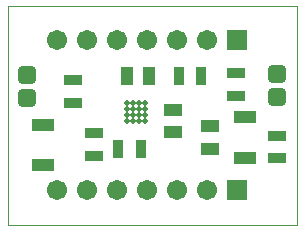
<source format=gts>
G04 Layer_Color=8388736*
%FSAX44Y44*%
%MOMM*%
G71*
G01*
G75*
%ADD20C,0.1016*%
G04:AMPARAMS|DCode=27|XSize=1.4732mm|YSize=1.4732mm|CornerRadius=0.2604mm|HoleSize=0mm|Usage=FLASHONLY|Rotation=270.000|XOffset=0mm|YOffset=0mm|HoleType=Round|Shape=RoundedRectangle|*
%AMROUNDEDRECTD27*
21,1,1.4732,0.9525,0,0,270.0*
21,1,0.9525,1.4732,0,0,270.0*
1,1,0.5207,-0.4763,-0.4763*
1,1,0.5207,-0.4763,0.4763*
1,1,0.5207,0.4763,0.4763*
1,1,0.5207,0.4763,-0.4763*
%
%ADD27ROUNDEDRECTD27*%
%ADD28R,1.5032X0.9032*%
%ADD29R,1.9032X1.0032*%
%ADD30R,1.5032X1.1032*%
%ADD31R,0.9032X1.5032*%
%ADD32C,0.4932*%
%ADD33R,1.1032X1.5032*%
%ADD34C,1.7032*%
%ADD35R,1.7032X1.7032*%
D20*
X00020000Y00000000D02*
Y00185000D01*
X00265000D01*
Y00000000D02*
Y00185000D01*
X00020000Y00000000D02*
X00265000D01*
D27*
X00248000Y00127525D02*
D03*
Y00108475D02*
D03*
X00036000Y00107475D02*
D03*
Y00126525D02*
D03*
D28*
X00213000Y00109500D02*
D03*
Y00128500D02*
D03*
X00248000Y00075500D02*
D03*
Y00056500D02*
D03*
X00093000Y00077500D02*
D03*
Y00058500D02*
D03*
X00075000Y00122500D02*
D03*
Y00103500D02*
D03*
D29*
X00221000Y00057000D02*
D03*
Y00091000D02*
D03*
X00050000Y00085000D02*
D03*
Y00051000D02*
D03*
D30*
X00191000Y00083500D02*
D03*
Y00064500D02*
D03*
X00160000Y00097500D02*
D03*
Y00078500D02*
D03*
D31*
X00164500Y00126000D02*
D03*
X00183500D02*
D03*
X00113500Y00064000D02*
D03*
X00132500D02*
D03*
D32*
X00136000Y00103000D02*
D03*
X00131000D02*
D03*
X00126000D02*
D03*
X00121000D02*
D03*
X00136000Y00098000D02*
D03*
X00131000D02*
D03*
X00126000D02*
D03*
X00121000D02*
D03*
X00136000Y00093000D02*
D03*
X00131000D02*
D03*
X00126000D02*
D03*
X00121000D02*
D03*
X00136000Y00088000D02*
D03*
X00131000D02*
D03*
X00126000D02*
D03*
X00121000D02*
D03*
D33*
X00120500Y00126000D02*
D03*
X00139500D02*
D03*
D34*
X00061850Y00029500D02*
D03*
X00087250D02*
D03*
X00112650D02*
D03*
X00138050D02*
D03*
X00188850D02*
D03*
X00163450D02*
D03*
X00061850Y00156500D02*
D03*
X00087250D02*
D03*
X00112650D02*
D03*
X00138050D02*
D03*
X00188850D02*
D03*
X00163450D02*
D03*
D35*
X00214250Y00029500D02*
D03*
Y00156500D02*
D03*
M02*

</source>
